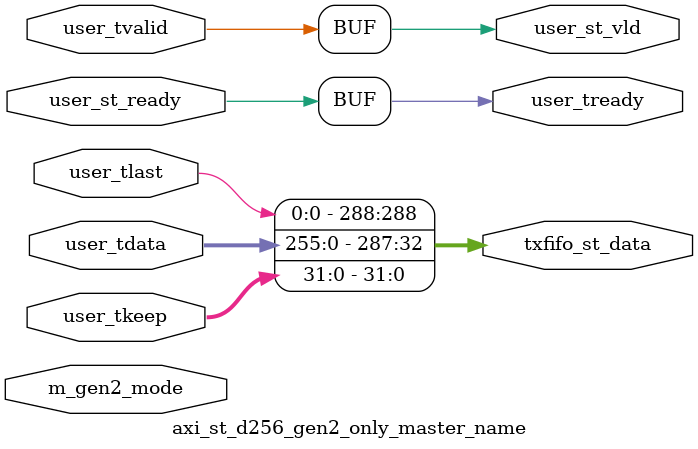
<source format=sv>

module axi_st_d256_gen2_only_master_name  (

  // st channel
  input  logic [  31:   0]   user_tkeep          ,
  input  logic [ 255:   0]   user_tdata          ,
  input  logic               user_tlast          ,
  input  logic               user_tvalid         ,
  output logic               user_tready         ,

  // Logic Link Interfaces
  output logic               user_st_vld         ,
  output logic [ 288:   0]   txfifo_st_data      ,
  input  logic               user_st_ready       ,

  input  logic               m_gen2_mode         

);

  // Connect Data

  assign user_st_vld                        = user_tvalid                        ;
  assign user_tready                        = user_st_ready                      ;
  assign txfifo_st_data       [   0 +:  32] = user_tkeep           [   0 +:  32] ;
  assign txfifo_st_data       [  32 +: 256] = user_tdata           [   0 +: 256] ;
  assign txfifo_st_data       [ 288 +:   1] = user_tlast                         ;

endmodule

</source>
